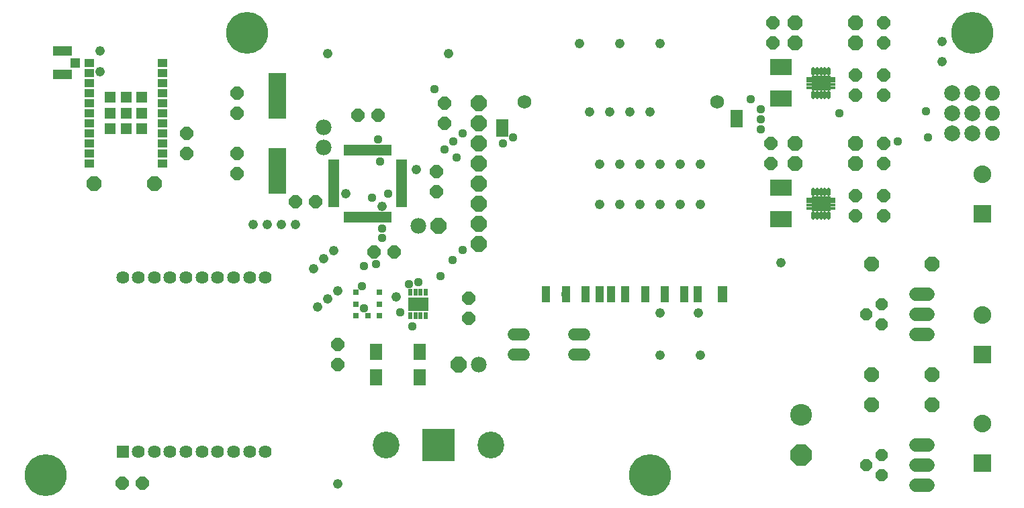
<source format=gts>
G75*
%MOIN*%
%OFA0B0*%
%FSLAX24Y24*%
%IPPOS*%
%LPD*%
%AMOC8*
5,1,8,0,0,1.08239X$1,22.5*
%
%ADD10OC8,0.0640*%
%ADD11C,0.1080*%
%ADD12OC8,0.1080*%
%ADD13OC8,0.0780*%
%ADD14C,0.0780*%
%ADD15C,0.0600*%
%ADD16R,0.0880X0.0880*%
%ADD17C,0.0880*%
%ADD18OC8,0.0740*%
%ADD19R,0.0552X0.0198*%
%ADD20R,0.0198X0.0552*%
%ADD21R,0.0907X0.2285*%
%ADD22R,0.0277X0.0316*%
%ADD23R,0.0316X0.0277*%
%ADD24C,0.0640*%
%ADD25R,0.0640X0.0640*%
%ADD26R,0.1640X0.1640*%
%ADD27C,0.1330*%
%ADD28R,0.0552X0.0552*%
%ADD29R,0.0474X0.0395*%
%ADD30C,0.0190*%
%ADD31R,0.0356X0.0178*%
%ADD32R,0.0926X0.0749*%
%ADD33R,0.1064X0.0828*%
%ADD34R,0.0218X0.0356*%
%ADD35R,0.1005X0.0702*%
%ADD36R,0.0592X0.0828*%
%ADD37R,0.0434X0.0789*%
%ADD38R,0.0631X0.0867*%
%ADD39R,0.0513X0.0789*%
%ADD40C,0.0690*%
%ADD41C,0.0789*%
%ADD42C,0.0680*%
%ADD43OC8,0.0600*%
%ADD44C,0.0740*%
%ADD45R,0.0493X0.0474*%
%ADD46R,0.0946X0.0493*%
%ADD47C,0.0476*%
%ADD48C,0.2080*%
%ADD49C,0.0437*%
D10*
X005900Y004250D03*
X006900Y004250D03*
X016600Y010150D03*
X016600Y011150D03*
X023100Y012450D03*
X023100Y013450D03*
X019400Y015750D03*
X018400Y015750D03*
X015500Y018250D03*
X014500Y018250D03*
X011600Y019650D03*
X011600Y020650D03*
X009100Y020650D03*
X009100Y021650D03*
X011600Y022650D03*
X011600Y023650D03*
X017600Y022550D03*
X018600Y022550D03*
X021900Y022150D03*
X021900Y023150D03*
X021500Y019750D03*
X021500Y018750D03*
X038100Y020150D03*
X038100Y021150D03*
X042300Y023550D03*
X043700Y023550D03*
X043700Y024550D03*
X042300Y024550D03*
X043700Y026150D03*
X043700Y027150D03*
X038200Y027150D03*
X038200Y026150D03*
X043700Y021150D03*
X043700Y020150D03*
X043700Y018550D03*
X042300Y018550D03*
X042300Y017550D03*
X043700Y017550D03*
D11*
X039600Y007650D03*
D12*
X039600Y005650D03*
D13*
X022600Y010150D03*
X023600Y016150D03*
X023600Y017150D03*
X023600Y018150D03*
X023600Y019150D03*
X023600Y020150D03*
X023600Y021150D03*
X023600Y022150D03*
X023600Y023150D03*
X021600Y017050D03*
D14*
X020600Y017050D03*
X015900Y020950D03*
X015900Y021950D03*
X023600Y010150D03*
D15*
X025340Y010650D02*
X025860Y010650D01*
X025860Y011650D02*
X025340Y011650D01*
X028340Y011650D02*
X028860Y011650D01*
X028860Y010650D02*
X028340Y010650D01*
D16*
X048600Y010650D03*
X048600Y005250D03*
X048600Y017650D03*
D17*
X048600Y019619D03*
X048600Y012619D03*
X048600Y007219D03*
D18*
X046100Y008150D03*
X046100Y009650D03*
X043100Y009650D03*
X043100Y008150D03*
X043100Y015150D03*
X046100Y015150D03*
X042300Y020150D03*
X042300Y021150D03*
X039300Y021150D03*
X039300Y020150D03*
X039300Y026150D03*
X039300Y027150D03*
X042300Y027150D03*
X042300Y026150D03*
X007500Y019150D03*
X004500Y019150D03*
D19*
X016427Y019052D03*
X016427Y019248D03*
X016427Y019445D03*
X016427Y019642D03*
X016427Y019839D03*
X016427Y020036D03*
X016427Y020233D03*
X016427Y018855D03*
X016427Y018658D03*
X016427Y018461D03*
X016427Y018264D03*
X016427Y018067D03*
X019773Y018067D03*
X019773Y018264D03*
X019773Y018461D03*
X019773Y018658D03*
X019773Y018855D03*
X019773Y019052D03*
X019773Y019248D03*
X019773Y019445D03*
X019773Y019642D03*
X019773Y019839D03*
X019773Y020036D03*
X019773Y020233D03*
D20*
X019183Y020823D03*
X018986Y020823D03*
X018789Y020823D03*
X018592Y020823D03*
X018395Y020823D03*
X018198Y020823D03*
X018002Y020823D03*
X017805Y020823D03*
X017608Y020823D03*
X017411Y020823D03*
X017214Y020823D03*
X017017Y020823D03*
X017017Y017477D03*
X017214Y017477D03*
X017411Y017477D03*
X017608Y017477D03*
X017805Y017477D03*
X018002Y017477D03*
X018198Y017477D03*
X018395Y017477D03*
X018592Y017477D03*
X018789Y017477D03*
X018986Y017477D03*
X019183Y017477D03*
D21*
X013600Y019780D03*
X013600Y023520D03*
D22*
X017529Y013741D03*
X017529Y013150D03*
X017529Y012559D03*
X018671Y012559D03*
X018671Y013150D03*
X018671Y013741D03*
D23*
X018100Y012559D03*
D24*
X013021Y014481D03*
X012234Y014481D03*
X011446Y014481D03*
X010659Y014481D03*
X009872Y014481D03*
X009084Y014481D03*
X008297Y014481D03*
X007509Y014481D03*
X006722Y014481D03*
X005935Y014481D03*
X006722Y005819D03*
X007509Y005819D03*
X008297Y005819D03*
X009084Y005819D03*
X009872Y005819D03*
X010659Y005819D03*
X011446Y005819D03*
X012234Y005819D03*
X013021Y005819D03*
D25*
X005935Y005819D03*
D26*
X021600Y006150D03*
D27*
X019000Y006150D03*
X024200Y006150D03*
D28*
X006887Y021863D03*
X006887Y022650D03*
X006100Y022650D03*
X005313Y022650D03*
X005313Y021863D03*
X006100Y021863D03*
X006100Y023437D03*
X005313Y023437D03*
X006887Y023437D03*
D29*
X007911Y023650D03*
X007911Y024150D03*
X007911Y024650D03*
X007911Y025150D03*
X004289Y025150D03*
X004289Y024650D03*
X004289Y024150D03*
X004289Y023650D03*
X004289Y023150D03*
X004289Y022650D03*
X004289Y022150D03*
X004289Y021650D03*
X004289Y021150D03*
X004289Y020650D03*
X004289Y020150D03*
X007911Y020150D03*
X007911Y020650D03*
X007911Y021150D03*
X007911Y021650D03*
X007911Y022150D03*
X007911Y022650D03*
X007911Y023150D03*
D30*
X040206Y023457D02*
X040206Y023681D01*
X040403Y023681D02*
X040403Y023457D01*
X040600Y023457D02*
X040600Y023681D01*
X040797Y023681D02*
X040797Y023457D01*
X040994Y023457D02*
X040994Y023681D01*
X040994Y024619D02*
X040994Y024843D01*
X040797Y024843D02*
X040797Y024619D01*
X040600Y024619D02*
X040600Y024843D01*
X040403Y024843D02*
X040403Y024619D01*
X040206Y024619D02*
X040206Y024843D01*
X040206Y018843D02*
X040206Y018619D01*
X040403Y018619D02*
X040403Y018843D01*
X040600Y018843D02*
X040600Y018619D01*
X040797Y018619D02*
X040797Y018843D01*
X040994Y018843D02*
X040994Y018619D01*
X040994Y017681D02*
X040994Y017457D01*
X040797Y017457D02*
X040797Y017681D01*
X040600Y017681D02*
X040600Y017457D01*
X040403Y017457D02*
X040403Y017681D01*
X040206Y017681D02*
X040206Y017457D01*
D31*
X040039Y017914D03*
X040039Y018071D03*
X040039Y018229D03*
X040039Y018386D03*
X041161Y018386D03*
X041161Y018229D03*
X041161Y018071D03*
X041161Y017914D03*
X041161Y023914D03*
X041161Y024071D03*
X041161Y024229D03*
X041161Y024386D03*
X040039Y024386D03*
X040039Y024229D03*
X040039Y024071D03*
X040039Y023914D03*
D32*
X040600Y024150D03*
X040600Y018150D03*
D33*
X038600Y018937D03*
X038600Y017363D03*
X038600Y023363D03*
X038600Y024937D03*
D34*
X020984Y013731D03*
X020728Y013731D03*
X020472Y013731D03*
X020216Y013731D03*
X020216Y012569D03*
X020472Y012569D03*
X020728Y012569D03*
X020984Y012569D03*
D35*
X020600Y013150D03*
D36*
X020683Y010780D03*
X020683Y009520D03*
X018517Y009520D03*
X018517Y010780D03*
D37*
X026950Y013656D03*
X027935Y013656D03*
X028919Y013656D03*
X029608Y013656D03*
X030198Y013656D03*
X030887Y013656D03*
X031872Y013656D03*
X032856Y013656D03*
X033809Y013656D03*
X034478Y013656D03*
D38*
X024793Y021924D03*
X036407Y022377D03*
D39*
X035718Y013656D03*
D40*
X035450Y023223D03*
X025899Y023223D03*
D41*
X047100Y023650D03*
X048100Y023650D03*
X048100Y022650D03*
X047100Y022650D03*
X047100Y021650D03*
X048100Y021650D03*
D42*
X045900Y013650D02*
X045300Y013650D01*
X045300Y012650D02*
X045900Y012650D01*
X045900Y011650D02*
X045300Y011650D01*
X045300Y006150D02*
X045900Y006150D01*
X045900Y005150D02*
X045300Y005150D01*
X045300Y004150D02*
X045900Y004150D01*
D43*
X043600Y004650D03*
X042850Y005150D03*
X043600Y005650D03*
X043600Y012150D03*
X042850Y012650D03*
X043600Y013150D03*
D44*
X049100Y021650D03*
X049100Y022650D03*
X049100Y023650D03*
D45*
X003591Y025150D03*
D46*
X002961Y025741D03*
X002961Y024559D03*
D47*
X004800Y024700D03*
X004800Y025750D03*
X016100Y025600D03*
X022100Y025600D03*
X028600Y026100D03*
X030600Y026100D03*
X032600Y026100D03*
X032100Y022700D03*
X031100Y022700D03*
X030100Y022700D03*
X029100Y022700D03*
X029600Y020100D03*
X030600Y020100D03*
X031600Y020100D03*
X032600Y020100D03*
X033600Y020100D03*
X034600Y020100D03*
X034600Y018100D03*
X033600Y018100D03*
X032600Y018100D03*
X031600Y018100D03*
X030600Y018100D03*
X029600Y018100D03*
X038600Y015200D03*
X040600Y018150D03*
X034500Y012700D03*
X032600Y012700D03*
X032600Y010600D03*
X034600Y010600D03*
X019500Y013500D03*
X016600Y013800D03*
X016100Y013400D03*
X015600Y013000D03*
X015400Y014900D03*
X015900Y015400D03*
X016400Y015800D03*
X014500Y017100D03*
X013800Y017100D03*
X013100Y017100D03*
X012400Y017100D03*
X017000Y018650D03*
X018800Y018000D03*
X020500Y019850D03*
X040600Y024150D03*
X046600Y025200D03*
X046600Y026200D03*
X016600Y004200D03*
D48*
X002100Y004650D03*
X032100Y004650D03*
X048100Y026650D03*
X012100Y026650D03*
D49*
X018600Y021350D03*
X018700Y020250D03*
X019100Y018650D03*
X018300Y018450D03*
X018800Y016900D03*
X018800Y016450D03*
X018500Y015150D03*
X017900Y015050D03*
X017800Y014050D03*
X017900Y012950D03*
X019700Y012750D03*
X020300Y012050D03*
X020150Y014150D03*
X020600Y014250D03*
X021700Y014550D03*
X022300Y015350D03*
X022800Y015850D03*
X027900Y013650D03*
X028900Y013650D03*
X033800Y013650D03*
X022500Y020450D03*
X021900Y020850D03*
X022350Y021250D03*
X022800Y021650D03*
X024800Y021150D03*
X025300Y021450D03*
X021400Y023850D03*
X037100Y023350D03*
X037600Y022850D03*
X037600Y022350D03*
X037600Y021850D03*
X041500Y022650D03*
X044400Y021250D03*
X045900Y021450D03*
X045800Y022750D03*
M02*

</source>
